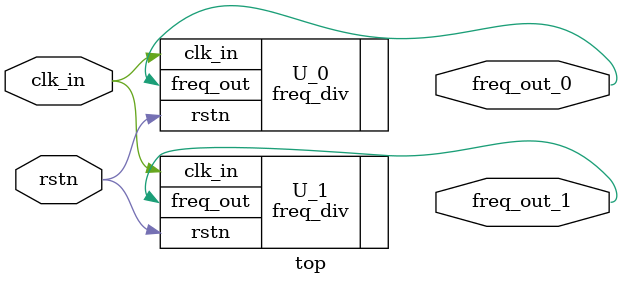
<source format=sv>
module top(
    output freq_out_0,
    output freq_out_1,
    input clk_in,
    input rstn
);
    freq_div U_0(
        .clk_in(clk_in),
        .rstn(rstn),
        .freq_out(freq_out_0)
    );

    freq_div #(.FACTOR(5)) U_1(
        .clk_in(clk_in),
        .rstn(rstn),
        .freq_out(freq_out_1)
    );
endmodule
</source>
